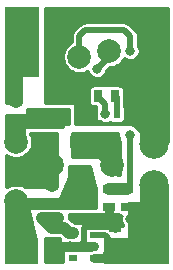
<source format=gbr>
G04 #@! TF.GenerationSoftware,KiCad,Pcbnew,(5.1.5-0-10_14)*
G04 #@! TF.CreationDate,2021-10-06T23:15:31+01:00*
G04 #@! TF.ProjectId,throwie,7468726f-7769-4652-9e6b-696361645f70,rev?*
G04 #@! TF.SameCoordinates,Original*
G04 #@! TF.FileFunction,Copper,L1,Top*
G04 #@! TF.FilePolarity,Positive*
%FSLAX46Y46*%
G04 Gerber Fmt 4.6, Leading zero omitted, Abs format (unit mm)*
G04 Created by KiCad (PCBNEW (5.1.5-0-10_14)) date 2021-10-06 23:15:31*
%MOMM*%
%LPD*%
G04 APERTURE LIST*
%ADD10C,2.000000*%
%ADD11C,2.500000*%
%ADD12R,0.600000X0.800000*%
%ADD13R,0.800000X0.550000*%
%ADD14R,3.000000X6.000000*%
%ADD15R,1.000000X0.700000*%
%ADD16R,0.700000X1.000000*%
%ADD17C,0.800000*%
%ADD18C,0.250000*%
%ADD19C,0.750000*%
%ADD20C,0.500000*%
%ADD21C,1.000000*%
%ADD22C,0.400000*%
%ADD23C,0.254000*%
%ADD24C,0.125000*%
G04 APERTURE END LIST*
D10*
X61214000Y-71374000D03*
D11*
X65024000Y-79248000D03*
X65024000Y-82748000D03*
D10*
X61468000Y-81026000D03*
X58928000Y-83566000D03*
X56388000Y-81026000D03*
D12*
X57404000Y-76708000D03*
X56454000Y-78728000D03*
X58354000Y-78728000D03*
D10*
X54159144Y-87382448D03*
X64008000Y-87376000D03*
D12*
X60894000Y-78728000D03*
X59944000Y-76708000D03*
X61844000Y-76708000D03*
D13*
X58144000Y-88900000D03*
X58144000Y-87000000D03*
X59944000Y-87000000D03*
X59944000Y-87950000D03*
X59944000Y-88900000D03*
D10*
X53307721Y-79074104D03*
X53340000Y-84074000D03*
D14*
X53848000Y-70612000D03*
D10*
X58674000Y-71882000D03*
D15*
X56364000Y-84304000D03*
X56364000Y-82804000D03*
X61214000Y-84582000D03*
X61214000Y-83082000D03*
X62738000Y-83082000D03*
X62738000Y-84582000D03*
D16*
X60222000Y-75184000D03*
X61722000Y-75184000D03*
D15*
X58928000Y-80034000D03*
X58928000Y-81534000D03*
X53340000Y-75716000D03*
X53340000Y-77216000D03*
X56642000Y-87860000D03*
X56642000Y-86360000D03*
X61722000Y-86384000D03*
X61722000Y-87884000D03*
D17*
X57912000Y-87884990D03*
X58952000Y-87860000D03*
X60198000Y-85598000D03*
X59182000Y-85598000D03*
X58181818Y-85582182D03*
X56642000Y-68072000D03*
X57658000Y-68072000D03*
X56642000Y-88900000D03*
X58674000Y-76708000D03*
X62738000Y-88646000D03*
X65786000Y-88646000D03*
X65786000Y-87630000D03*
X65786000Y-86614000D03*
X61722000Y-88646000D03*
X65786000Y-85598000D03*
X65786000Y-84582000D03*
X64008000Y-84582000D03*
X64008000Y-85598000D03*
X62992000Y-85598000D03*
X56896000Y-85504010D03*
X55719990Y-85504010D03*
X62992000Y-71374000D03*
X60198000Y-72898000D03*
X60880000Y-76710000D03*
X62992000Y-78486000D03*
D18*
X61214000Y-84582000D02*
X61214000Y-84836000D01*
D19*
X59920000Y-87860000D02*
X59944000Y-87884000D01*
D20*
X59183999Y-86274999D02*
X61636999Y-86274999D01*
X59093999Y-86364999D02*
X59183999Y-86274999D01*
X59093999Y-87464001D02*
X59093999Y-86364999D01*
X58952000Y-87606000D02*
X59093999Y-87464001D01*
X58952000Y-87860000D02*
X58952000Y-87606000D01*
D19*
X58952000Y-87860000D02*
X59920000Y-87860000D01*
D20*
X61636999Y-86274999D02*
X61722000Y-86360000D01*
D19*
X61214000Y-85682000D02*
X61722000Y-86190000D01*
X61214000Y-84582000D02*
X61214000Y-85682000D01*
X61722000Y-86190000D02*
X61722000Y-86360000D01*
D18*
X57887010Y-87860000D02*
X57912000Y-87884990D01*
D19*
X56642000Y-87860000D02*
X57682000Y-87860000D01*
D18*
X57682000Y-87860000D02*
X57887010Y-87860000D01*
D19*
X57682000Y-87860000D02*
X58952000Y-87860000D01*
D20*
X63334001Y-77558001D02*
X63774001Y-77998001D01*
X59944000Y-76708000D02*
X59944000Y-76950002D01*
X63774001Y-77998001D02*
X65024000Y-79248000D01*
X59144000Y-76708000D02*
X58674000Y-76238000D01*
X59944000Y-76708000D02*
X59144000Y-76708000D01*
X58674000Y-76238000D02*
X58674000Y-74930000D01*
X58674000Y-74930000D02*
X56642000Y-72898000D01*
X56642000Y-72898000D02*
X56642000Y-68072000D01*
X59944000Y-76708000D02*
X58674000Y-76708000D01*
D18*
X63234000Y-87122000D02*
X64008000Y-87122000D01*
D19*
X59944000Y-88900000D02*
X60706000Y-88900000D01*
D20*
X59944000Y-87000000D02*
X60838000Y-87000000D01*
X60838000Y-87000000D02*
X61722000Y-87884000D01*
D18*
X60706000Y-88900000D02*
X60960000Y-88646000D01*
D19*
X60960000Y-88646000D02*
X61722000Y-87884000D01*
D21*
X62738000Y-87884000D02*
X61722000Y-87884000D01*
D18*
X62738000Y-88646000D02*
X61722000Y-88646000D01*
X61722000Y-88646000D02*
X61722000Y-88646000D01*
X62992000Y-85598000D02*
X62992000Y-84836000D01*
X62992000Y-85598000D02*
X64008000Y-85598000D01*
X64008000Y-84582000D02*
X64008000Y-85598000D01*
X64407999Y-84182001D02*
X64407999Y-83420001D01*
X64008000Y-84582000D02*
X64407999Y-84182001D01*
X64407999Y-83420001D02*
X65024000Y-82804000D01*
X65786000Y-88646000D02*
X65786000Y-87630000D01*
X65786000Y-86614000D02*
X65786000Y-87630000D01*
X65786000Y-86614000D02*
X65786000Y-85598000D01*
X65786000Y-85598000D02*
X65786000Y-84582000D01*
X65386001Y-84182001D02*
X65386001Y-83166001D01*
X65786000Y-84582000D02*
X65386001Y-84182001D01*
X65386001Y-83166001D02*
X65024000Y-82804000D01*
X57912000Y-86868000D02*
X58166000Y-86868000D01*
D21*
X57404000Y-86360000D02*
X57828990Y-86784990D01*
X56642000Y-86360000D02*
X57404000Y-86360000D01*
X57828990Y-86784990D02*
X58143989Y-86784990D01*
X56388000Y-86360000D02*
X55532010Y-85504010D01*
X56642000Y-86360000D02*
X56388000Y-86360000D01*
X56097695Y-85504010D02*
X56896000Y-85504010D01*
X55532010Y-85504010D02*
X55719990Y-85504010D01*
X56896000Y-85504010D02*
X56896000Y-85504010D01*
X55719990Y-85504010D02*
X56097695Y-85504010D01*
D18*
X53340000Y-72390000D02*
X53848000Y-71882000D01*
D21*
X53340000Y-75716000D02*
X53340000Y-72390000D01*
D18*
X58928000Y-79952000D02*
X58928000Y-80010000D01*
X60894000Y-80452000D02*
X61468000Y-81026000D01*
D21*
X58354000Y-78728000D02*
X58354000Y-79436000D01*
X58354000Y-79436000D02*
X58928000Y-80010000D01*
X58928000Y-80034000D02*
X60476000Y-80034000D01*
X60476000Y-80034000D02*
X61468000Y-81026000D01*
X60894000Y-78728000D02*
X60894000Y-80452000D01*
X58190000Y-84304000D02*
X58928000Y-83566000D01*
X58928000Y-83566000D02*
X58928000Y-81534000D01*
X56364000Y-84304000D02*
X53570000Y-84304000D01*
X53570000Y-84304000D02*
X53340000Y-84074000D01*
X53340000Y-84074000D02*
X53340000Y-83820000D01*
X56364000Y-84304000D02*
X58190000Y-84304000D01*
D20*
X59182000Y-71374000D02*
X58674000Y-71882000D01*
X62992000Y-71374000D02*
X62992000Y-70808315D01*
X62992000Y-70808315D02*
X62992000Y-70104000D01*
X62992000Y-70104000D02*
X62484000Y-69596000D01*
X62484000Y-69596000D02*
X59182000Y-69596000D01*
X59182000Y-69596000D02*
X58674000Y-70104000D01*
X58674000Y-70104000D02*
X58674000Y-71882000D01*
X61214000Y-71882000D02*
X60198000Y-72898000D01*
X61214000Y-71374000D02*
X61214000Y-71882000D01*
D18*
X57150000Y-76454000D02*
X57404000Y-76708000D01*
D21*
X53340000Y-77216000D02*
X56896000Y-77216000D01*
X56896000Y-77216000D02*
X57404000Y-76708000D01*
X53340000Y-77216000D02*
X53340000Y-78566000D01*
X53340000Y-78566000D02*
X53340000Y-79248000D01*
X53340000Y-79248000D02*
X53340000Y-78994000D01*
D18*
X56454000Y-80960000D02*
X56388000Y-81026000D01*
D21*
X56364000Y-82804000D02*
X56364000Y-81050000D01*
X56364000Y-81050000D02*
X56388000Y-81026000D01*
X56388000Y-81026000D02*
X56388000Y-78740000D01*
D20*
X61844000Y-76708000D02*
X61844000Y-75306000D01*
X61844000Y-75306000D02*
X61722000Y-75184000D01*
D22*
X60222000Y-75184000D02*
X60198000Y-75184000D01*
X60960000Y-76627972D02*
X61000014Y-76667986D01*
X60222000Y-75184000D02*
X60222000Y-75334000D01*
D20*
X60880000Y-76710000D02*
X60880000Y-75866000D01*
X60880000Y-75866000D02*
X60198000Y-75184000D01*
D18*
X62714000Y-83082000D02*
X62738000Y-83058000D01*
X62846001Y-82949999D02*
X62738000Y-83058000D01*
D21*
X61214000Y-83082000D02*
X62714000Y-83082000D01*
D20*
X62992000Y-79248000D02*
X62992000Y-82804000D01*
X62992000Y-82804000D02*
X62738000Y-83058000D01*
X62992000Y-79248000D02*
X62992000Y-78486000D01*
D23*
G36*
X61957000Y-78384061D02*
G01*
X61957000Y-78587939D01*
X61996774Y-78787898D01*
X62074795Y-78976256D01*
X62103000Y-79018468D01*
X62103000Y-81892082D01*
X60813343Y-81677139D01*
X60576534Y-80493093D01*
X60569282Y-80469276D01*
X60557523Y-80447332D01*
X60541709Y-80428104D01*
X60522447Y-80412330D01*
X60500478Y-80400617D01*
X60476646Y-80393414D01*
X60452000Y-80391000D01*
X58039000Y-80391000D01*
X58039000Y-78359000D01*
X61961985Y-78359000D01*
X61957000Y-78384061D01*
G37*
X61957000Y-78384061D02*
X61957000Y-78587939D01*
X61996774Y-78787898D01*
X62074795Y-78976256D01*
X62103000Y-79018468D01*
X62103000Y-81892082D01*
X60813343Y-81677139D01*
X60576534Y-80493093D01*
X60569282Y-80469276D01*
X60557523Y-80447332D01*
X60541709Y-80428104D01*
X60522447Y-80412330D01*
X60500478Y-80400617D01*
X60476646Y-80393414D01*
X60452000Y-80391000D01*
X58039000Y-80391000D01*
X58039000Y-78359000D01*
X61961985Y-78359000D01*
X61957000Y-78384061D01*
D24*
G36*
X66206500Y-89320500D02*
G01*
X60768500Y-89320500D01*
X60768500Y-87184500D01*
X62738000Y-87184500D01*
X62750193Y-87183299D01*
X62761918Y-87179742D01*
X62772723Y-87173967D01*
X62782194Y-87166194D01*
X62789967Y-87156723D01*
X62795742Y-87145918D01*
X62799299Y-87134193D01*
X62800500Y-87122000D01*
X62800500Y-84136500D01*
X63754000Y-84136500D01*
X63766193Y-84135299D01*
X63777918Y-84131742D01*
X63788723Y-84125967D01*
X63798194Y-84118194D01*
X63805967Y-84108723D01*
X63811742Y-84097918D01*
X63815299Y-84086193D01*
X63816500Y-84074000D01*
X63816500Y-82612500D01*
X66206500Y-82612500D01*
X66206500Y-89320500D01*
G37*
X66206500Y-89320500D02*
X60768500Y-89320500D01*
X60768500Y-87184500D01*
X62738000Y-87184500D01*
X62750193Y-87183299D01*
X62761918Y-87179742D01*
X62772723Y-87173967D01*
X62782194Y-87166194D01*
X62789967Y-87156723D01*
X62795742Y-87145918D01*
X62799299Y-87134193D01*
X62800500Y-87122000D01*
X62800500Y-84136500D01*
X63754000Y-84136500D01*
X63766193Y-84135299D01*
X63777918Y-84131742D01*
X63788723Y-84125967D01*
X63798194Y-84118194D01*
X63805967Y-84108723D01*
X63811742Y-84097918D01*
X63815299Y-84086193D01*
X63816500Y-84074000D01*
X63816500Y-82612500D01*
X66206500Y-82612500D01*
X66206500Y-89320500D01*
D23*
G36*
X66142000Y-79121000D02*
G01*
X63881000Y-79121000D01*
X63881000Y-77724000D01*
X63878560Y-77699224D01*
X63871333Y-77675399D01*
X63859597Y-77653443D01*
X63843803Y-77634197D01*
X63824557Y-77618403D01*
X63802601Y-77606667D01*
X63778776Y-77599440D01*
X63754000Y-77597000D01*
X58293000Y-77597000D01*
X58293000Y-75946000D01*
X58290560Y-75921224D01*
X58283333Y-75897399D01*
X58271597Y-75875443D01*
X58255803Y-75856197D01*
X58236557Y-75840403D01*
X58214601Y-75828667D01*
X58190776Y-75821440D01*
X58166000Y-75819000D01*
X55753000Y-75819000D01*
X55753000Y-74684000D01*
X59489157Y-74684000D01*
X59489157Y-75684000D01*
X59496513Y-75758689D01*
X59518299Y-75830508D01*
X59553678Y-75896696D01*
X59601289Y-75954711D01*
X59659304Y-76002322D01*
X59725492Y-76037701D01*
X59797311Y-76059487D01*
X59872000Y-76066843D01*
X60071000Y-76066843D01*
X60071000Y-77216000D01*
X60073440Y-77240776D01*
X60080667Y-77264601D01*
X60092403Y-77286557D01*
X60108197Y-77305803D01*
X60127443Y-77321597D01*
X60149399Y-77333333D01*
X60173224Y-77340560D01*
X60198000Y-77343000D01*
X60421589Y-77343000D01*
X60510058Y-77402113D01*
X60652191Y-77460987D01*
X60803078Y-77491000D01*
X60956922Y-77491000D01*
X61107809Y-77460987D01*
X61249942Y-77402113D01*
X61278529Y-77383012D01*
X61331304Y-77426322D01*
X61397492Y-77461701D01*
X61469311Y-77483487D01*
X61544000Y-77490843D01*
X62144000Y-77490843D01*
X62218689Y-77483487D01*
X62290508Y-77461701D01*
X62356696Y-77426322D01*
X62414711Y-77378711D01*
X62462322Y-77320696D01*
X62497701Y-77254508D01*
X62519487Y-77182689D01*
X62526843Y-77108000D01*
X62526843Y-76308000D01*
X62519487Y-76233311D01*
X62497701Y-76161492D01*
X62475000Y-76119022D01*
X62475000Y-75336987D01*
X62478052Y-75305999D01*
X62475000Y-75275012D01*
X62475000Y-75275002D01*
X62465870Y-75182302D01*
X62454843Y-75145951D01*
X62454843Y-74684000D01*
X62447487Y-74609311D01*
X62425701Y-74537492D01*
X62390322Y-74471304D01*
X62342711Y-74413289D01*
X62284696Y-74365678D01*
X62218508Y-74330299D01*
X62146689Y-74308513D01*
X62072000Y-74301157D01*
X61759030Y-74301157D01*
X61746776Y-74297440D01*
X61722000Y-74295000D01*
X60198000Y-74295000D01*
X60173224Y-74297440D01*
X60160970Y-74301157D01*
X59872000Y-74301157D01*
X59797311Y-74308513D01*
X59725492Y-74330299D01*
X59659304Y-74365678D01*
X59601289Y-74413289D01*
X59553678Y-74471304D01*
X59518299Y-74537492D01*
X59496513Y-74609311D01*
X59489157Y-74684000D01*
X55753000Y-74684000D01*
X55753000Y-71745983D01*
X57293000Y-71745983D01*
X57293000Y-72018017D01*
X57346071Y-72284823D01*
X57450174Y-72536149D01*
X57601307Y-72762336D01*
X57793664Y-72954693D01*
X58019851Y-73105826D01*
X58271177Y-73209929D01*
X58537983Y-73263000D01*
X58810017Y-73263000D01*
X59076823Y-73209929D01*
X59328149Y-73105826D01*
X59429560Y-73038066D01*
X59447013Y-73125809D01*
X59505887Y-73267942D01*
X59591358Y-73395859D01*
X59700141Y-73504642D01*
X59828058Y-73590113D01*
X59970191Y-73648987D01*
X60121078Y-73679000D01*
X60274922Y-73679000D01*
X60425809Y-73648987D01*
X60567942Y-73590113D01*
X60695859Y-73504642D01*
X60804642Y-73395859D01*
X60890113Y-73267942D01*
X60948987Y-73125809D01*
X60970447Y-73017921D01*
X61233369Y-72755000D01*
X61350017Y-72755000D01*
X61616823Y-72701929D01*
X61868149Y-72597826D01*
X62094336Y-72446693D01*
X62286693Y-72254336D01*
X62437826Y-72028149D01*
X62468235Y-71954736D01*
X62494141Y-71980642D01*
X62622058Y-72066113D01*
X62764191Y-72124987D01*
X62915078Y-72155000D01*
X63068922Y-72155000D01*
X63219809Y-72124987D01*
X63361942Y-72066113D01*
X63489859Y-71980642D01*
X63598642Y-71871859D01*
X63684113Y-71743942D01*
X63742987Y-71601809D01*
X63773000Y-71450922D01*
X63773000Y-71297078D01*
X63742987Y-71146191D01*
X63684113Y-71004058D01*
X63623000Y-70912595D01*
X63623000Y-70134987D01*
X63626052Y-70103999D01*
X63623000Y-70073011D01*
X63623000Y-70073002D01*
X63613870Y-69980302D01*
X63577789Y-69861358D01*
X63519196Y-69751739D01*
X63440343Y-69655657D01*
X63416263Y-69635895D01*
X62952105Y-69171737D01*
X62932343Y-69147657D01*
X62836261Y-69068804D01*
X62726642Y-69010211D01*
X62607698Y-68974130D01*
X62514998Y-68965000D01*
X62514990Y-68965000D01*
X62484000Y-68961948D01*
X62453010Y-68965000D01*
X59212987Y-68965000D01*
X59181999Y-68961948D01*
X59151011Y-68965000D01*
X59151002Y-68965000D01*
X59058302Y-68974130D01*
X58939358Y-69010211D01*
X58829739Y-69068804D01*
X58733657Y-69147657D01*
X58713895Y-69171737D01*
X58249737Y-69635895D01*
X58225657Y-69655657D01*
X58146804Y-69751740D01*
X58088211Y-69861359D01*
X58052130Y-69980303D01*
X58043000Y-70073003D01*
X58043000Y-70073010D01*
X58039948Y-70104000D01*
X58043000Y-70134991D01*
X58043000Y-70648585D01*
X58019851Y-70658174D01*
X57793664Y-70809307D01*
X57601307Y-71001664D01*
X57450174Y-71227851D01*
X57346071Y-71479177D01*
X57293000Y-71745983D01*
X55753000Y-71745983D01*
X55753000Y-67716000D01*
X66142001Y-67716000D01*
X66142000Y-79121000D01*
G37*
X66142000Y-79121000D02*
X63881000Y-79121000D01*
X63881000Y-77724000D01*
X63878560Y-77699224D01*
X63871333Y-77675399D01*
X63859597Y-77653443D01*
X63843803Y-77634197D01*
X63824557Y-77618403D01*
X63802601Y-77606667D01*
X63778776Y-77599440D01*
X63754000Y-77597000D01*
X58293000Y-77597000D01*
X58293000Y-75946000D01*
X58290560Y-75921224D01*
X58283333Y-75897399D01*
X58271597Y-75875443D01*
X58255803Y-75856197D01*
X58236557Y-75840403D01*
X58214601Y-75828667D01*
X58190776Y-75821440D01*
X58166000Y-75819000D01*
X55753000Y-75819000D01*
X55753000Y-74684000D01*
X59489157Y-74684000D01*
X59489157Y-75684000D01*
X59496513Y-75758689D01*
X59518299Y-75830508D01*
X59553678Y-75896696D01*
X59601289Y-75954711D01*
X59659304Y-76002322D01*
X59725492Y-76037701D01*
X59797311Y-76059487D01*
X59872000Y-76066843D01*
X60071000Y-76066843D01*
X60071000Y-77216000D01*
X60073440Y-77240776D01*
X60080667Y-77264601D01*
X60092403Y-77286557D01*
X60108197Y-77305803D01*
X60127443Y-77321597D01*
X60149399Y-77333333D01*
X60173224Y-77340560D01*
X60198000Y-77343000D01*
X60421589Y-77343000D01*
X60510058Y-77402113D01*
X60652191Y-77460987D01*
X60803078Y-77491000D01*
X60956922Y-77491000D01*
X61107809Y-77460987D01*
X61249942Y-77402113D01*
X61278529Y-77383012D01*
X61331304Y-77426322D01*
X61397492Y-77461701D01*
X61469311Y-77483487D01*
X61544000Y-77490843D01*
X62144000Y-77490843D01*
X62218689Y-77483487D01*
X62290508Y-77461701D01*
X62356696Y-77426322D01*
X62414711Y-77378711D01*
X62462322Y-77320696D01*
X62497701Y-77254508D01*
X62519487Y-77182689D01*
X62526843Y-77108000D01*
X62526843Y-76308000D01*
X62519487Y-76233311D01*
X62497701Y-76161492D01*
X62475000Y-76119022D01*
X62475000Y-75336987D01*
X62478052Y-75305999D01*
X62475000Y-75275012D01*
X62475000Y-75275002D01*
X62465870Y-75182302D01*
X62454843Y-75145951D01*
X62454843Y-74684000D01*
X62447487Y-74609311D01*
X62425701Y-74537492D01*
X62390322Y-74471304D01*
X62342711Y-74413289D01*
X62284696Y-74365678D01*
X62218508Y-74330299D01*
X62146689Y-74308513D01*
X62072000Y-74301157D01*
X61759030Y-74301157D01*
X61746776Y-74297440D01*
X61722000Y-74295000D01*
X60198000Y-74295000D01*
X60173224Y-74297440D01*
X60160970Y-74301157D01*
X59872000Y-74301157D01*
X59797311Y-74308513D01*
X59725492Y-74330299D01*
X59659304Y-74365678D01*
X59601289Y-74413289D01*
X59553678Y-74471304D01*
X59518299Y-74537492D01*
X59496513Y-74609311D01*
X59489157Y-74684000D01*
X55753000Y-74684000D01*
X55753000Y-71745983D01*
X57293000Y-71745983D01*
X57293000Y-72018017D01*
X57346071Y-72284823D01*
X57450174Y-72536149D01*
X57601307Y-72762336D01*
X57793664Y-72954693D01*
X58019851Y-73105826D01*
X58271177Y-73209929D01*
X58537983Y-73263000D01*
X58810017Y-73263000D01*
X59076823Y-73209929D01*
X59328149Y-73105826D01*
X59429560Y-73038066D01*
X59447013Y-73125809D01*
X59505887Y-73267942D01*
X59591358Y-73395859D01*
X59700141Y-73504642D01*
X59828058Y-73590113D01*
X59970191Y-73648987D01*
X60121078Y-73679000D01*
X60274922Y-73679000D01*
X60425809Y-73648987D01*
X60567942Y-73590113D01*
X60695859Y-73504642D01*
X60804642Y-73395859D01*
X60890113Y-73267942D01*
X60948987Y-73125809D01*
X60970447Y-73017921D01*
X61233369Y-72755000D01*
X61350017Y-72755000D01*
X61616823Y-72701929D01*
X61868149Y-72597826D01*
X62094336Y-72446693D01*
X62286693Y-72254336D01*
X62437826Y-72028149D01*
X62468235Y-71954736D01*
X62494141Y-71980642D01*
X62622058Y-72066113D01*
X62764191Y-72124987D01*
X62915078Y-72155000D01*
X63068922Y-72155000D01*
X63219809Y-72124987D01*
X63361942Y-72066113D01*
X63489859Y-71980642D01*
X63598642Y-71871859D01*
X63684113Y-71743942D01*
X63742987Y-71601809D01*
X63773000Y-71450922D01*
X63773000Y-71297078D01*
X63742987Y-71146191D01*
X63684113Y-71004058D01*
X63623000Y-70912595D01*
X63623000Y-70134987D01*
X63626052Y-70103999D01*
X63623000Y-70073011D01*
X63623000Y-70073002D01*
X63613870Y-69980302D01*
X63577789Y-69861358D01*
X63519196Y-69751739D01*
X63440343Y-69655657D01*
X63416263Y-69635895D01*
X62952105Y-69171737D01*
X62932343Y-69147657D01*
X62836261Y-69068804D01*
X62726642Y-69010211D01*
X62607698Y-68974130D01*
X62514998Y-68965000D01*
X62514990Y-68965000D01*
X62484000Y-68961948D01*
X62453010Y-68965000D01*
X59212987Y-68965000D01*
X59181999Y-68961948D01*
X59151011Y-68965000D01*
X59151002Y-68965000D01*
X59058302Y-68974130D01*
X58939358Y-69010211D01*
X58829739Y-69068804D01*
X58733657Y-69147657D01*
X58713895Y-69171737D01*
X58249737Y-69635895D01*
X58225657Y-69655657D01*
X58146804Y-69751740D01*
X58088211Y-69861359D01*
X58052130Y-69980303D01*
X58043000Y-70073003D01*
X58043000Y-70073010D01*
X58039948Y-70104000D01*
X58043000Y-70134991D01*
X58043000Y-70648585D01*
X58019851Y-70658174D01*
X57793664Y-70809307D01*
X57601307Y-71001664D01*
X57450174Y-71227851D01*
X57346071Y-71479177D01*
X57293000Y-71745983D01*
X55753000Y-71745983D01*
X55753000Y-67716000D01*
X66142001Y-67716000D01*
X66142000Y-79121000D01*
D24*
G36*
X55055500Y-87383116D02*
G01*
X55055500Y-89320500D01*
X52411500Y-89320500D01*
X52411500Y-84136500D01*
X54306281Y-84136500D01*
X55055500Y-87383116D01*
G37*
X55055500Y-87383116D02*
X55055500Y-89320500D01*
X52411500Y-89320500D01*
X52411500Y-84136500D01*
X54306281Y-84136500D01*
X55055500Y-87383116D01*
D23*
G36*
X57023000Y-87630000D02*
G01*
X57025440Y-87654776D01*
X57032667Y-87678601D01*
X57044403Y-87700557D01*
X57060197Y-87719803D01*
X57079443Y-87735597D01*
X57101399Y-87747333D01*
X57125224Y-87754560D01*
X57150000Y-87757000D01*
X58928000Y-87757000D01*
X58952776Y-87754560D01*
X58976601Y-87747333D01*
X58998557Y-87735597D01*
X59017803Y-87719803D01*
X59033597Y-87700557D01*
X59045333Y-87678601D01*
X59052560Y-87654776D01*
X59055000Y-87630000D01*
X59057440Y-87654776D01*
X59064667Y-87678601D01*
X59076403Y-87700557D01*
X59092197Y-87719803D01*
X59111443Y-87735597D01*
X59133399Y-87747333D01*
X59157224Y-87754560D01*
X59182000Y-87757000D01*
X60071000Y-87757000D01*
X60071000Y-88144000D01*
X59906871Y-88144000D01*
X59795798Y-88154940D01*
X59653292Y-88198168D01*
X59570994Y-88242157D01*
X59544000Y-88242157D01*
X59469311Y-88249513D01*
X59418257Y-88265000D01*
X58669743Y-88265000D01*
X58618689Y-88249513D01*
X58544000Y-88242157D01*
X57744000Y-88242157D01*
X57669311Y-88249513D01*
X57618257Y-88265000D01*
X57404000Y-88265000D01*
X57379224Y-88267440D01*
X57355399Y-88274667D01*
X57333443Y-88286403D01*
X57314197Y-88302197D01*
X57298403Y-88321443D01*
X57286667Y-88343399D01*
X57279440Y-88367224D01*
X57277000Y-88392000D01*
X57277000Y-89256000D01*
X55753000Y-89256000D01*
X55753000Y-87249000D01*
X57023000Y-87249000D01*
X57023000Y-87630000D01*
G37*
X57023000Y-87630000D02*
X57025440Y-87654776D01*
X57032667Y-87678601D01*
X57044403Y-87700557D01*
X57060197Y-87719803D01*
X57079443Y-87735597D01*
X57101399Y-87747333D01*
X57125224Y-87754560D01*
X57150000Y-87757000D01*
X58928000Y-87757000D01*
X58952776Y-87754560D01*
X58976601Y-87747333D01*
X58998557Y-87735597D01*
X59017803Y-87719803D01*
X59033597Y-87700557D01*
X59045333Y-87678601D01*
X59052560Y-87654776D01*
X59055000Y-87630000D01*
X59057440Y-87654776D01*
X59064667Y-87678601D01*
X59076403Y-87700557D01*
X59092197Y-87719803D01*
X59111443Y-87735597D01*
X59133399Y-87747333D01*
X59157224Y-87754560D01*
X59182000Y-87757000D01*
X60071000Y-87757000D01*
X60071000Y-88144000D01*
X59906871Y-88144000D01*
X59795798Y-88154940D01*
X59653292Y-88198168D01*
X59570994Y-88242157D01*
X59544000Y-88242157D01*
X59469311Y-88249513D01*
X59418257Y-88265000D01*
X58669743Y-88265000D01*
X58618689Y-88249513D01*
X58544000Y-88242157D01*
X57744000Y-88242157D01*
X57669311Y-88249513D01*
X57618257Y-88265000D01*
X57404000Y-88265000D01*
X57379224Y-88267440D01*
X57355399Y-88274667D01*
X57333443Y-88286403D01*
X57314197Y-88302197D01*
X57298403Y-88321443D01*
X57286667Y-88343399D01*
X57279440Y-88367224D01*
X57277000Y-88392000D01*
X57277000Y-89256000D01*
X55753000Y-89256000D01*
X55753000Y-87249000D01*
X57023000Y-87249000D01*
X57023000Y-87630000D01*
G36*
X62025304Y-85250322D02*
G01*
X62091492Y-85285701D01*
X62163311Y-85307487D01*
X62238000Y-85314843D01*
X62263939Y-85314843D01*
X62241013Y-85370191D01*
X62211000Y-85521078D01*
X62211000Y-85674922D01*
X62241013Y-85825809D01*
X62299887Y-85967942D01*
X62357000Y-86053418D01*
X62357000Y-86233000D01*
X59182000Y-86233000D01*
X59157224Y-86235440D01*
X59133399Y-86242667D01*
X59111443Y-86254403D01*
X59092197Y-86270197D01*
X59076403Y-86289443D01*
X59064667Y-86311399D01*
X59057440Y-86335224D01*
X59055000Y-86360000D01*
X59055000Y-86106000D01*
X59052560Y-86081224D01*
X59045333Y-86057399D01*
X59033597Y-86035443D01*
X59017803Y-86016197D01*
X58998557Y-86000403D01*
X58976601Y-85988667D01*
X58952776Y-85981440D01*
X58928000Y-85979000D01*
X58504999Y-85979000D01*
X58482764Y-85967115D01*
X58316695Y-85916738D01*
X58194637Y-85904716D01*
X58057566Y-85767645D01*
X58029975Y-85734025D01*
X57895825Y-85623932D01*
X57826464Y-85586858D01*
X57785000Y-85545394D01*
X57785000Y-85217000D01*
X61984700Y-85217000D01*
X62025304Y-85250322D01*
G37*
X62025304Y-85250322D02*
X62091492Y-85285701D01*
X62163311Y-85307487D01*
X62238000Y-85314843D01*
X62263939Y-85314843D01*
X62241013Y-85370191D01*
X62211000Y-85521078D01*
X62211000Y-85674922D01*
X62241013Y-85825809D01*
X62299887Y-85967942D01*
X62357000Y-86053418D01*
X62357000Y-86233000D01*
X59182000Y-86233000D01*
X59157224Y-86235440D01*
X59133399Y-86242667D01*
X59111443Y-86254403D01*
X59092197Y-86270197D01*
X59076403Y-86289443D01*
X59064667Y-86311399D01*
X59057440Y-86335224D01*
X59055000Y-86360000D01*
X59055000Y-86106000D01*
X59052560Y-86081224D01*
X59045333Y-86057399D01*
X59033597Y-86035443D01*
X59017803Y-86016197D01*
X58998557Y-86000403D01*
X58976601Y-85988667D01*
X58952776Y-85981440D01*
X58928000Y-85979000D01*
X58504999Y-85979000D01*
X58482764Y-85967115D01*
X58316695Y-85916738D01*
X58194637Y-85904716D01*
X58057566Y-85767645D01*
X58029975Y-85734025D01*
X57895825Y-85623932D01*
X57826464Y-85586858D01*
X57785000Y-85545394D01*
X57785000Y-85217000D01*
X61984700Y-85217000D01*
X62025304Y-85250322D01*
G36*
X56769000Y-82931000D02*
G01*
X54115114Y-82931000D01*
X53994149Y-82850174D01*
X53742823Y-82746071D01*
X53476017Y-82693000D01*
X53203983Y-82693000D01*
X52937177Y-82746071D01*
X52685851Y-82850174D01*
X52564886Y-82931000D01*
X52476000Y-82931000D01*
X52476000Y-80179280D01*
X52653572Y-80297930D01*
X52904898Y-80402033D01*
X53171704Y-80455104D01*
X53443738Y-80455104D01*
X53710544Y-80402033D01*
X53961870Y-80297930D01*
X54188057Y-80146797D01*
X54380414Y-79954440D01*
X54531547Y-79728253D01*
X54635650Y-79476927D01*
X54688721Y-79210121D01*
X54688721Y-78938087D01*
X54635650Y-78671281D01*
X54531547Y-78419955D01*
X54490818Y-78359000D01*
X56769000Y-78359000D01*
X56769000Y-82931000D01*
G37*
X56769000Y-82931000D02*
X54115114Y-82931000D01*
X53994149Y-82850174D01*
X53742823Y-82746071D01*
X53476017Y-82693000D01*
X53203983Y-82693000D01*
X52937177Y-82746071D01*
X52685851Y-82850174D01*
X52564886Y-82931000D01*
X52476000Y-82931000D01*
X52476000Y-80179280D01*
X52653572Y-80297930D01*
X52904898Y-80402033D01*
X53171704Y-80455104D01*
X53443738Y-80455104D01*
X53710544Y-80402033D01*
X53961870Y-80297930D01*
X54188057Y-80146797D01*
X54380414Y-79954440D01*
X54531547Y-79728253D01*
X54635650Y-79476927D01*
X54688721Y-79210121D01*
X54688721Y-78938087D01*
X54635650Y-78671281D01*
X54531547Y-78419955D01*
X54490818Y-78359000D01*
X56769000Y-78359000D01*
X56769000Y-82931000D01*
G36*
X57785000Y-77597000D02*
G01*
X57404000Y-77597000D01*
X57379224Y-77599440D01*
X57355399Y-77606667D01*
X57333443Y-77618403D01*
X57314197Y-77634197D01*
X57298403Y-77653443D01*
X57286667Y-77675399D01*
X57279440Y-77699224D01*
X57277000Y-77724000D01*
X57277000Y-77851000D01*
X54102000Y-77851000D01*
X54077224Y-77853440D01*
X54053399Y-77860667D01*
X54031443Y-77872403D01*
X54012197Y-77888197D01*
X53996403Y-77907443D01*
X53984667Y-77929399D01*
X53977440Y-77953224D01*
X53975000Y-77978000D01*
X53975000Y-78867000D01*
X52476000Y-78867000D01*
X52476000Y-76835000D01*
X54102000Y-76835000D01*
X54126776Y-76832560D01*
X54150601Y-76825333D01*
X54172557Y-76813597D01*
X54191803Y-76797803D01*
X54207597Y-76778557D01*
X54219333Y-76756601D01*
X54226560Y-76732776D01*
X54229000Y-76708000D01*
X54229000Y-76327000D01*
X57785000Y-76327000D01*
X57785000Y-77597000D01*
G37*
X57785000Y-77597000D02*
X57404000Y-77597000D01*
X57379224Y-77599440D01*
X57355399Y-77606667D01*
X57333443Y-77618403D01*
X57314197Y-77634197D01*
X57298403Y-77653443D01*
X57286667Y-77675399D01*
X57279440Y-77699224D01*
X57277000Y-77724000D01*
X57277000Y-77851000D01*
X54102000Y-77851000D01*
X54077224Y-77853440D01*
X54053399Y-77860667D01*
X54031443Y-77872403D01*
X54012197Y-77888197D01*
X53996403Y-77907443D01*
X53984667Y-77929399D01*
X53977440Y-77953224D01*
X53975000Y-77978000D01*
X53975000Y-78867000D01*
X52476000Y-78867000D01*
X52476000Y-76835000D01*
X54102000Y-76835000D01*
X54126776Y-76832560D01*
X54150601Y-76825333D01*
X54172557Y-76813597D01*
X54191803Y-76797803D01*
X54207597Y-76778557D01*
X54219333Y-76756601D01*
X54226560Y-76732776D01*
X54229000Y-76708000D01*
X54229000Y-76327000D01*
X57785000Y-76327000D01*
X57785000Y-77597000D01*
G36*
X53721000Y-75819000D02*
G01*
X52476000Y-75819000D01*
X52476000Y-73533000D01*
X53721000Y-73533000D01*
X53721000Y-75819000D01*
G37*
X53721000Y-75819000D02*
X52476000Y-75819000D01*
X52476000Y-73533000D01*
X53721000Y-73533000D01*
X53721000Y-75819000D01*
G36*
X60071000Y-83073634D02*
G01*
X60071000Y-84709000D01*
X57277552Y-84709000D01*
X57234775Y-84686135D01*
X57068706Y-84635758D01*
X57023000Y-84631256D01*
X57023000Y-83846067D01*
X57774731Y-82092028D01*
X57782248Y-82068293D01*
X57785000Y-82042000D01*
X57785000Y-81153000D01*
X59590841Y-81153000D01*
X60071000Y-83073634D01*
G37*
X60071000Y-83073634D02*
X60071000Y-84709000D01*
X57277552Y-84709000D01*
X57234775Y-84686135D01*
X57068706Y-84635758D01*
X57023000Y-84631256D01*
X57023000Y-83846067D01*
X57774731Y-82092028D01*
X57782248Y-82068293D01*
X57785000Y-82042000D01*
X57785000Y-81153000D01*
X59590841Y-81153000D01*
X60071000Y-83073634D01*
M02*

</source>
